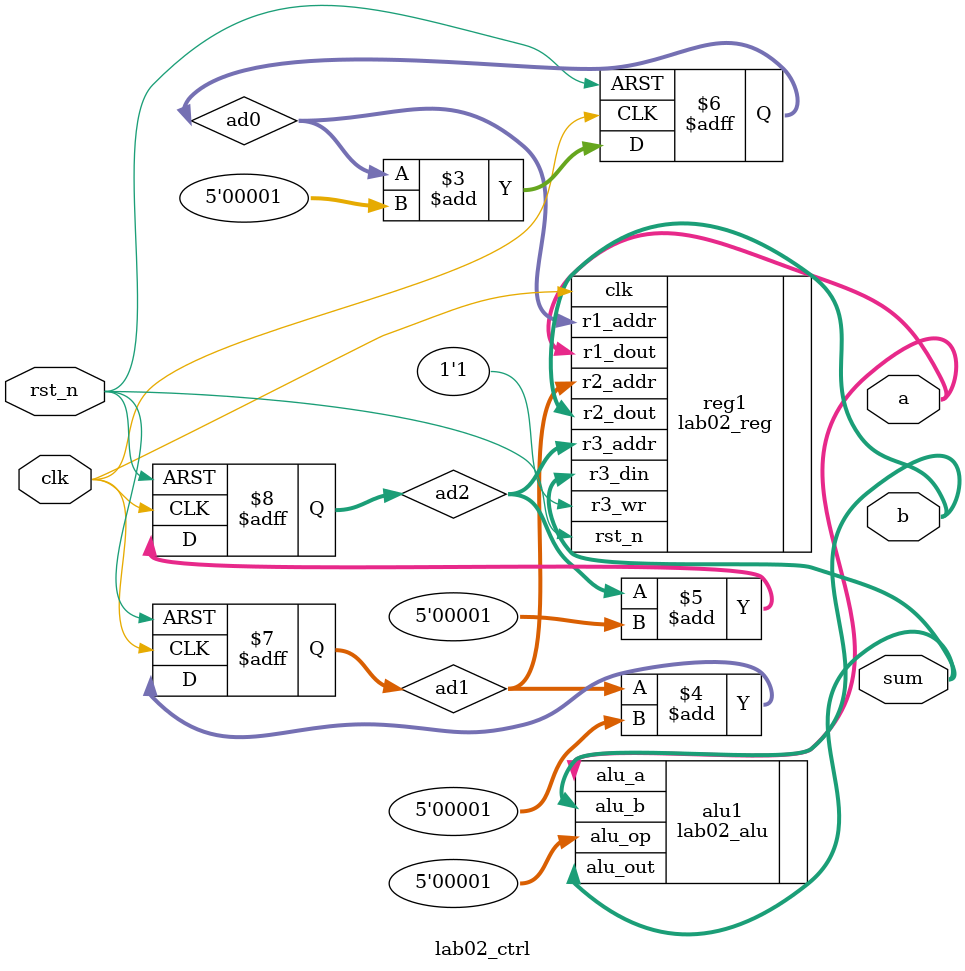
<source format=v>
`timescale 1ns / 1ps
module lab02_ctrl(
	input clk,
	input rst_n,
	output [31:0] a,
	output [31:0] b,
	output [31:0] sum
    );
	reg [4:0]	ad0;
	reg [4:0]	ad1;
	reg [4:0]	ad2;
	parameter	wr_en=1'b1;
	lab02_alu alu1(
	.alu_a	(a),
   .alu_b	(b),
   .alu_op	(5'b1),
   .alu_out	(sum)
	);
	lab02_reg reg1(
	.clk	(clk),
	.rst_n	(rst_n),
	.r1_addr	(ad0),
	.r2_addr	(ad1),
	.r3_addr	(ad2),
	.r3_din	(sum),
	.r3_wr	(1'b1),
	.r1_dout	(a),
	.r2_dout	(b)
	);

	
always@(posedge clk or negedge rst_n)
	begin
		if(~rst_n)
		begin
			ad0<=5'h0;
			ad1<=5'h1;
			ad2<=5'h2;
		end
		else
		begin
			ad0<=ad0+5'b1;
			ad1<=ad1+5'b1;
			ad2<=ad2+5'b1;
		end
	end
	
endmodule

</source>
